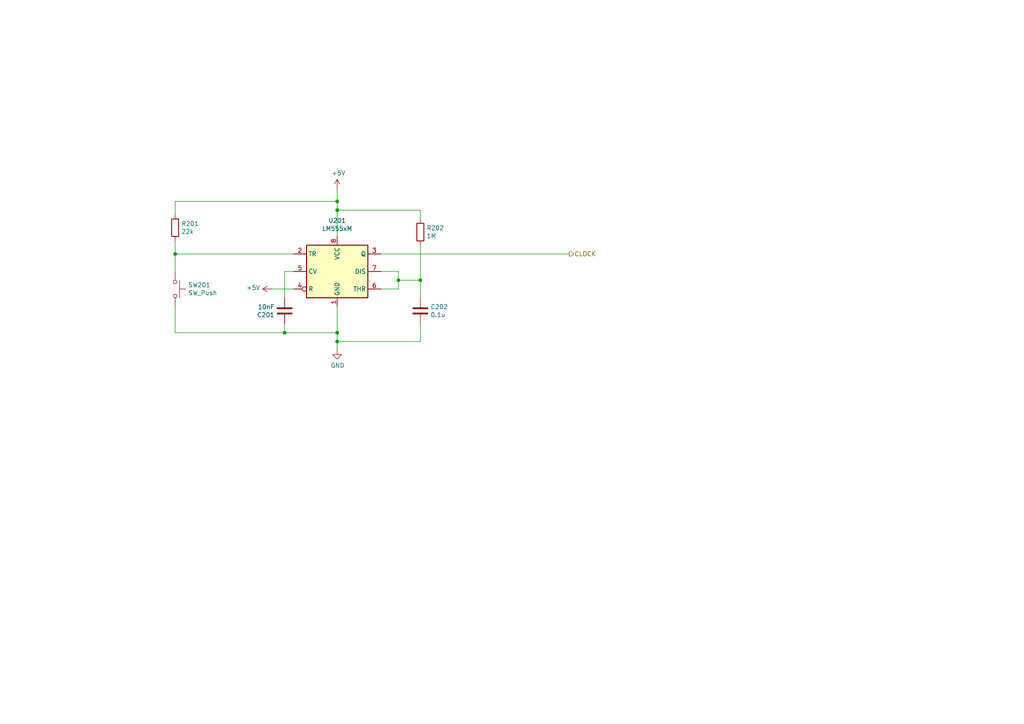
<source format=kicad_sch>
(kicad_sch (version 20230121) (generator eeschema)
  (paper "A4")
  (lib_symbols
    (symbol "Device:C" (pin_numbers hide) (pin_names (offset 0.254))
      (property "Reference" "C" (at 0.635 2.54 0))
      (property "Value" "C" (at 0.635 -2.54 0))
      (symbol "C_0_1"
        (polyline (pts (xy -2.032 -0.762) (xy 2.032 -0.762)) (stroke (width 0.508)))
        (polyline (pts (xy -2.032 0.762) (xy 2.032 0.762)) (stroke (width 0.508)))
      )
      (symbol "C_1_1"
        (pin passive line (at 0 3.81 270) (length 2.794) (name "~") (number "1"))
        (pin passive line (at 0 -3.81 90) (length 2.794) (name "~") (number "2"))
      )
    )
    (symbol "Device:R" (pin_numbers hide) (pin_names (offset 0))
      (property "Reference" "R" (at 2.032 0 90))
      (property "Value" "R" (at 0 0 90))
      (symbol "R_0_1"
        (rectangle (start -1.016 -2.54) (end 1.016 2.54) (stroke (width 0.254)))
      )
      (symbol "R_1_1"
        (pin passive line (at 0 3.81 270) (length 1.27) (name "~") (number "1"))
        (pin passive line (at 0 -3.81 90) (length 1.27) (name "~") (number "2"))
      )
    )
    (symbol "Switch:SW_Push" (pin_numbers hide) (pin_names (offset 1.016) hide)
      (property "Reference" "SW" (at 1.27 2.54 0))
      (property "Value" "SW_Push" (at 0 -1.524 0))
      (symbol "SW_Push_0_1"
        (circle (center -2.032 0) (radius 0.508))
        (polyline (pts (xy 0 1.27) (xy 0 3.048)))
        (polyline (pts (xy 2.54 1.27) (xy -2.54 1.27)))
        (circle (center 2.032 0) (radius 0.508))
        (pin passive line (at -5.08 0 0) (length 2.54) (name "1") (number "1"))
        (pin passive line (at 5.08 0 180) (length 2.54) (name "2") (number "2"))
      )
    )
    (symbol "Timer:LM555xM"
      (property "Reference" "U" (at -10.16 8.89 0))
      (property "Value" "LM555xM" (at 2.54 8.89 0))
      (symbol "LM555xM_0_0"
        (pin power_in line (at 0 -10.16 90) (length 2.54) (name "GND") (number "1"))
        (pin power_in line (at 0 10.16 270) (length 2.54) (name "VCC") (number "8"))
      )
      (symbol "LM555xM_0_1"
        (rectangle (start -8.89 -7.62) (end 8.89 7.62) (stroke (width 0.254)) (fill (type background)))
        (rectangle (start -8.89 -7.62) (end 8.89 7.62) (stroke (width 0.254)) (fill (type background)))
      )
      (symbol "LM555xM_1_1"
        (pin input line (at -12.7 5.08 0) (length 3.81) (name "TR") (number "2"))
        (pin output line (at 12.7 5.08 180) (length 3.81) (name "Q") (number "3"))
        (pin input inverted (at -12.7 -5.08 0) (length 3.81) (name "R") (number "4"))
        (pin input line (at -12.7 0 0) (length 3.81) (name "CV") (number "5"))
        (pin input line (at 12.7 -5.08 180) (length 3.81) (name "THR") (number "6"))
        (pin input line (at 12.7 0 180) (length 3.81) (name "DIS") (number "7"))
      )
    )
    (symbol "power:+5V" (power) (pin_names (offset 0))
      (property "Value" "+5V" (at 0 3.556 0))
      (symbol "+5V_0_1"
        (polyline (pts (xy -0.762 1.27) (xy 0 2.54)))
        (polyline (pts (xy 0 0) (xy 0 2.54)))
        (polyline (pts (xy 0 2.54) (xy 0.762 1.27)))
      )
      (symbol "+5V_1_1"
        (pin power_in line (at 0 0 90) (length 0) hide (name "+5V") (number "1"))
      )
    )
    (symbol "power:GND" (power) (pin_names (offset 0))
      (property "Value" "GND" (at 0 -3.81 0))
      (symbol "GND_0_1"
        (polyline (pts (xy 0 0) (xy 0 -1.27) (xy 1.27 -1.27) (xy 0 -2.54) (xy -1.27 -1.27) (xy 0 -1.27)))
      )
      (symbol "GND_1_1"
        (pin power_in line (at 0 0 270) (length 0) hide (name "GND") (number "1"))
      )
    )
  )
  (junction (at 97.79 58.42))
  (junction (at 97.79 96.52))
  (junction (at 115.57 81.28))
  (junction (at 50.8 73.66))
  (junction (at 97.79 60.96))
  (junction (at 82.55 96.52))
  (junction (at 121.92 81.28))
  (junction (at 97.79 99.06))
  (wire (pts (xy 121.92 60.96) (xy 97.79 60.96)))
  (wire (pts (xy 82.55 86.36) (xy 82.55 78.74)))
  (wire (pts (xy 82.55 93.98) (xy 82.55 96.52)))
  (wire (pts (xy 50.8 96.52) (xy 82.55 96.52)))
  (wire (pts (xy 97.79 96.52) (xy 97.79 99.06)))
  (wire (pts (xy 50.8 73.66) (xy 85.09 73.66)))
  (wire (pts (xy 82.55 96.52) (xy 97.79 96.52)))
  (wire (pts (xy 50.8 78.74) (xy 50.8 73.66)))
  (wire (pts (xy 115.57 83.82) (xy 110.49 83.82)))
  (wire (pts (xy 97.79 60.96) (xy 97.79 68.58)))
  (wire (pts (xy 110.49 78.74) (xy 115.57 78.74)))
  (wire (pts (xy 97.79 99.06) (xy 97.79 101.6)))
  (wire (pts (xy 97.79 88.9) (xy 97.79 96.52)))
  (wire (pts (xy 115.57 81.28) (xy 121.92 81.28)))
  (wire (pts (xy 97.79 58.42) (xy 97.79 60.96)))
  (wire (pts (xy 82.55 78.74) (xy 85.09 78.74)))
  (wire (pts (xy 110.49 73.66) (xy 165.1 73.66)))
  (wire (pts (xy 121.92 81.28) (xy 121.92 86.36)))
  (wire (pts (xy 121.92 63.5) (xy 121.92 60.96)))
  (wire (pts (xy 50.8 62.23) (xy 50.8 58.42)))
  (wire (pts (xy 50.8 58.42) (xy 97.79 58.42)))
  (wire (pts (xy 50.8 69.85) (xy 50.8 73.66)))
  (wire (pts (xy 50.8 88.9) (xy 50.8 96.52)))
  (wire (pts (xy 121.92 71.12) (xy 121.92 81.28)))
  (wire (pts (xy 78.74 83.82) (xy 85.09 83.82)))
  (wire (pts (xy 115.57 78.74) (xy 115.57 81.28)))
  (wire (pts (xy 115.57 81.28) (xy 115.57 83.82)))
  (wire (pts (xy 121.92 99.06) (xy 121.92 93.98)))
  (wire (pts (xy 97.79 99.06) (xy 121.92 99.06)))
  (wire (pts (xy 97.79 54.61) (xy 97.79 58.42)))
  (hierarchical_label "CLOCK" (shape output) (at 165.1 73.66 0))
  (symbol (lib_id "Device:C") (at 121.92 90.17 0) (unit 1)
    (property "Reference" "C202" (at 124.841 89.0016 0) (effects (justify left)))
    (property "Value" "0.1u" (at 124.841 91.313 0) (effects (justify left)))
    (property "Footprint" "Capacitor_THT:C_Disc_D4.7mm_W2.5mm_P5.00mm" (effects hide))
    (instances (project "Binary Flip Flop Counter" (path "" (reference "C202") (unit 1))) (project "Chained 4017" (path "" (reference "C202") (unit 1))) (project "Johnson Counter" (path "" (reference "C602") (unit 1))))
  )
  (symbol (lib_id "power:+5V") (at 97.79 54.61 0) (unit 1)
    (property "Reference" "#U0201" (effects hide))
    (property "Value" "+5V" (at 98.171 50.2158 0))
    (instances (project "Binary Flip Flop Counter" (path "" (reference "#U0201") (unit 1))) (project "Chained 4017" (path "" (reference "#U0201") (unit 1))) (project "Johnson Counter" (path "" (reference "#U0102") (unit 1))))
  )
  (symbol (lib_id "Switch:SW_Push") (at 50.8 83.82 270) (unit 1)
    (property "Reference" "SW201" (at 54.5592 82.6516 90) (effects (justify left)))
    (property "Value" "SW_Push" (at 54.5592 84.963 90) (effects (justify left)))
    (property "Footprint" "Button_Switch_THT:SW_PUSH_6mm_H4.3mm" (effects hide))
    (instances (project "Binary Flip Flop Counter" (path "" (reference "SW201") (unit 1))) (project "Chained 4017" (path "" (reference "SW201") (unit 1))) (project "Johnson Counter" (path "" (reference "SW601") (unit 1))))
  )
  (symbol (lib_id "Device:R") (at 121.92 67.31 0) (unit 1)
    (property "Reference" "R202" (at 123.698 66.1416 0) (effects (justify left)))
    (property "Value" "1M" (at 123.698 68.453 0) (effects (justify left)))
    (property "Footprint" "Resistor_THT:R_Axial_DIN0207_L6.3mm_D2.5mm_P7.62mm_Horizontal" (effects hide))
    (instances (project "Binary Flip Flop Counter" (path "" (reference "R202") (unit 1))) (project "Chained 4017" (path "" (reference "R202") (unit 1))) (project "Johnson Counter" (path "" (reference "R602") (unit 1))))
  )
  (symbol (lib_id "Device:R") (at 50.8 66.04 0) (unit 1)
    (property "Reference" "R201" (at 52.578 64.8716 0) (effects (justify left)))
    (property "Value" "22k" (at 52.578 67.183 0) (effects (justify left)))
    (property "Footprint" "Resistor_THT:R_Axial_DIN0207_L6.3mm_D2.5mm_P7.62mm_Horizontal" (effects hide))
    (instances (project "Binary Flip Flop Counter" (path "" (reference "R201") (unit 1))) (project "Chained 4017" (path "" (reference "R201") (unit 1))) (project "Johnson Counter" (path "" (reference "R601") (unit 1))))
  )
  (symbol (lib_id "power:GND") (at 97.79 101.6 0) (unit 1)
    (property "Reference" "#U0202" (effects hide))
    (property "Value" "GND" (at 97.917 105.9942 0))
    (instances (project "Binary Flip Flop Counter" (path "" (reference "#U0202") (unit 1))) (project "Chained 4017" (path "" (reference "#U0202") (unit 1))) (project "Johnson Counter" (path "" (reference "#U0101") (unit 1))))
  )
  (symbol (lib_id "power:+5V") (at 78.74 83.82 90) (unit 1)
    (property "Reference" "#PWR0201" (effects hide))
    (property "Value" "+5V" (at 75.4888 83.439 90) (effects (justify left)))
    (instances (project "Binary Flip Flop Counter" (path "" (reference "#PWR0201") (unit 1))) (project "Chained 4017" (path "" (reference "#PWR0201") (unit 1))) (project "Johnson Counter" (path "" (reference "#PWR0129") (unit 1))))
  )
  (symbol (lib_id "Timer:LM555xM") (at 97.79 78.74 0) (unit 1)
    (property "Reference" "U201" (at 97.79 63.9826 0))
    (property "Value" "LM555xM" (at 97.79 66.294 0))
    (property "Footprint" "Package_DIP:DIP-8_W7.62mm_Socket" (effects hide))
    (property "Datasheet" "http://www.ti.com/lit/ds/symlink/lm555.pdf" (effects hide))
    (instances (project "Binary Flip Flop Counter" (path "" (reference "U201") (unit 1))) (project "Chained 4017" (path "" (reference "U201") (unit 1))) (project "Johnson Counter" (path "" (reference "U601") (unit 1))))
  )
  (symbol (lib_id "Device:C") (at 82.55 90.17 0) (unit 1)
    (property "Reference" "C201" (at 79.629 91.3384 0) (effects (justify right)))
    (property "Value" "10nF" (at 79.629 89.027 0) (effects (justify right)))
    (property "Footprint" "Capacitor_THT:C_Disc_D3.0mm_W2.0mm_P2.50mm" (effects hide))
    (instances (project "Binary Flip Flop Counter" (path "" (reference "C201") (unit 1))) (project "Chained 4017" (path "" (reference "C201") (unit 1))) (project "Johnson Counter" (path "" (reference "C601") (unit 1))))
  )
)
</source>
